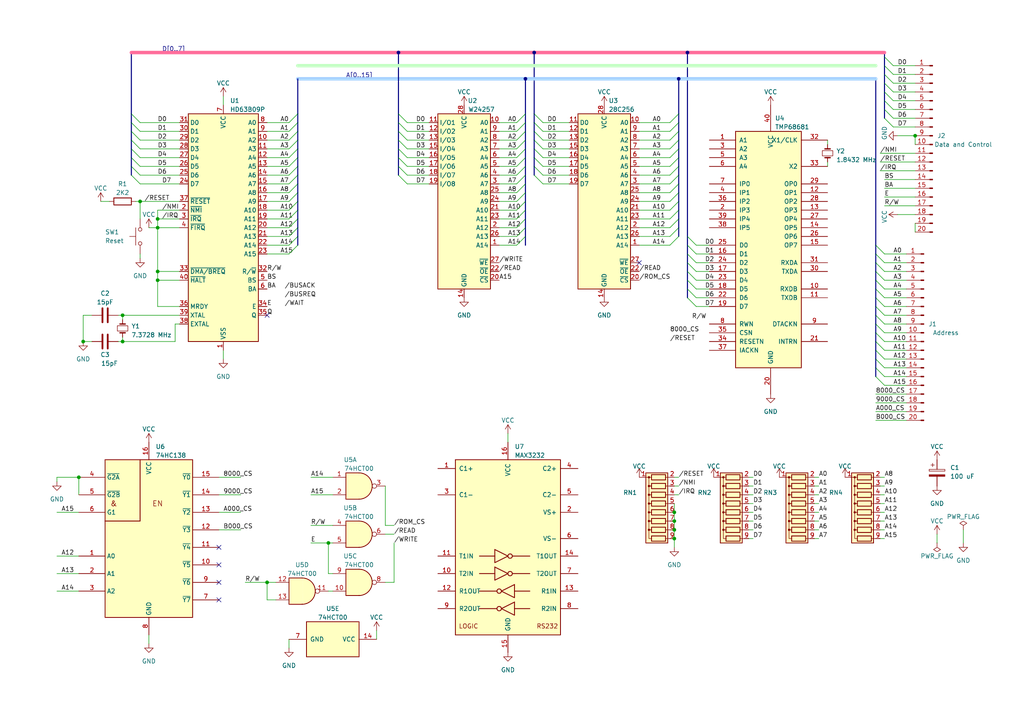
<source format=kicad_sch>
(kicad_sch (version 20230121) (generator eeschema)
  (paper "A4")
  (title_block (title "AC6309 Main") (rev "1") (comment 1 "Dimitar Angelov"))
  (junction (at 45.72 63.5))
  (junction (at 196.85 22.86))
  (junction (at 22.86 138.43))
  (junction (at 35.56 99.06))
  (junction (at 154.94 15.24))
  (junction (at 45.72 81.28))
  (junction (at 45.72 66.04))
  (junction (at 115.57 15.24))
  (junction (at 40.64 58.42))
  (junction (at 195.58 151.13))
  (junction (at 195.58 148.59))
  (junction (at 195.58 156.21))
  (junction (at 95.25 157.48))
  (junction (at 77.47 168.91))
  (junction (at 195.58 153.67))
  (junction (at 45.72 78.74))
  (junction (at 152.4 22.86))
  (junction (at 35.56 91.44))
  (junction (at 24.13 99.06))
  (junction (at 199.39 15.24))
  (junction (at 265.43 39.37))
  (no_connect (at 63.5 173.99))
  (no_connect (at 63.5 163.83))
  (no_connect (at 63.5 158.75))
  (no_connect (at 185.42 76.2))
  (no_connect (at 77.47 91.44))
  (no_connect (at 63.5 168.91))
  (bus_entry (at 86.36 50.8) (size -2.54 2.54))
  (bus_entry (at 254 76.2) (size 2.54 2.54))
  (bus_entry (at 254 96.52) (size 2.54 2.54))
  (bus_entry (at 254 71.12) (size 2.54 2.54))
  (bus_entry (at 196.85 60.96) (size -2.54 2.54))
  (bus_entry (at 254 78.74) (size 2.54 2.54))
  (bus_entry (at 115.57 43.18) (size 2.54 2.54))
  (bus_entry (at 254 83.82) (size 2.54 2.54))
  (bus_entry (at 86.36 48.26) (size -2.54 2.54))
  (bus_entry (at 196.85 35.56) (size -2.54 2.54))
  (bus_entry (at 196.85 50.8) (size -2.54 2.54))
  (bus_entry (at 199.39 81.28) (size 2.54 2.54))
  (bus_entry (at 196.85 38.1) (size -2.54 2.54))
  (bus_entry (at 256.54 24.13) (size 2.54 2.54))
  (bus_entry (at 254 81.28) (size 2.54 2.54))
  (bus_entry (at 115.57 35.56) (size 2.54 2.54))
  (bus_entry (at 86.36 66.04) (size -2.54 2.54))
  (bus_entry (at 199.39 68.58) (size 2.54 2.54))
  (bus_entry (at 86.36 45.72) (size -2.54 2.54))
  (bus_entry (at 256.54 16.51) (size 2.54 2.54))
  (bus_entry (at 86.36 60.96) (size -2.54 2.54))
  (bus_entry (at 254 91.44) (size 2.54 2.54))
  (bus_entry (at 86.36 35.56) (size -2.54 2.54))
  (bus_entry (at 86.36 33.02) (size -2.54 2.54))
  (bus_entry (at 152.4 68.58) (size -2.54 2.54))
  (bus_entry (at 199.39 86.36) (size 2.54 2.54))
  (bus_entry (at 254 88.9) (size 2.54 2.54))
  (bus_entry (at 115.57 38.1) (size 2.54 2.54))
  (bus_entry (at 152.4 43.18) (size -2.54 2.54))
  (bus_entry (at 152.4 35.56) (size -2.54 2.54))
  (bus_entry (at 152.4 55.88) (size -2.54 2.54))
  (bus_entry (at 152.4 60.96) (size -2.54 2.54))
  (bus_entry (at 154.94 50.8) (size 2.54 2.54))
  (bus_entry (at 199.39 71.12) (size 2.54 2.54))
  (bus_entry (at 152.4 48.26) (size -2.54 2.54))
  (bus_entry (at 254 109.22) (size 2.54 2.54))
  (bus_entry (at 199.39 73.66) (size 2.54 2.54))
  (bus_entry (at 38.1 48.26) (size 2.54 2.54))
  (bus_entry (at 254 104.14) (size 2.54 2.54))
  (bus_entry (at 196.85 63.5) (size -2.54 2.54))
  (bus_entry (at 254 106.68) (size 2.54 2.54))
  (bus_entry (at 196.85 68.58) (size -2.54 2.54))
  (bus_entry (at 152.4 58.42) (size -2.54 2.54))
  (bus_entry (at 115.57 50.8) (size 2.54 2.54))
  (bus_entry (at 196.85 40.64) (size -2.54 2.54))
  (bus_entry (at 86.36 40.64) (size -2.54 2.54))
  (bus_entry (at 38.1 33.02) (size 2.54 2.54))
  (bus_entry (at 256.54 34.29) (size 2.54 2.54))
  (bus_entry (at 256.54 19.05) (size 2.54 2.54))
  (bus_entry (at 256.54 26.67) (size 2.54 2.54))
  (bus_entry (at 256.54 29.21) (size 2.54 2.54))
  (bus_entry (at 152.4 63.5) (size -2.54 2.54))
  (bus_entry (at 38.1 38.1) (size 2.54 2.54))
  (bus_entry (at 196.85 53.34) (size -2.54 2.54))
  (bus_entry (at 196.85 66.04) (size -2.54 2.54))
  (bus_entry (at 152.4 40.64) (size -2.54 2.54))
  (bus_entry (at 86.36 55.88) (size -2.54 2.54))
  (bus_entry (at 86.36 71.12) (size -2.54 2.54))
  (bus_entry (at 154.94 33.02) (size 2.54 2.54))
  (bus_entry (at 86.36 58.42) (size -2.54 2.54))
  (bus_entry (at 199.39 78.74) (size 2.54 2.54))
  (bus_entry (at 86.36 63.5) (size -2.54 2.54))
  (bus_entry (at 254 73.66) (size 2.54 2.54))
  (bus_entry (at 196.85 55.88) (size -2.54 2.54))
  (bus_entry (at 256.54 21.59) (size 2.54 2.54))
  (bus_entry (at 256.54 31.75) (size 2.54 2.54))
  (bus_entry (at 254 86.36) (size 2.54 2.54))
  (bus_entry (at 152.4 53.34) (size -2.54 2.54))
  (bus_entry (at 115.57 40.64) (size 2.54 2.54))
  (bus_entry (at 254 93.98) (size 2.54 2.54))
  (bus_entry (at 115.57 33.02) (size 2.54 2.54))
  (bus_entry (at 86.36 43.18) (size -2.54 2.54))
  (bus_entry (at 196.85 43.18) (size -2.54 2.54))
  (bus_entry (at 196.85 58.42) (size -2.54 2.54))
  (bus_entry (at 115.57 45.72) (size 2.54 2.54))
  (bus_entry (at 152.4 66.04) (size -2.54 2.54))
  (bus_entry (at 154.94 35.56) (size 2.54 2.54))
  (bus_entry (at 38.1 50.8) (size 2.54 2.54))
  (bus_entry (at 154.94 40.64) (size 2.54 2.54))
  (bus_entry (at 38.1 35.56) (size 2.54 2.54))
  (bus_entry (at 199.39 76.2) (size 2.54 2.54))
  (bus_entry (at 199.39 83.82) (size 2.54 2.54))
  (bus_entry (at 254 99.06) (size 2.54 2.54))
  (bus_entry (at 38.1 43.18) (size 2.54 2.54))
  (bus_entry (at 196.85 33.02) (size -2.54 2.54))
  (bus_entry (at 154.94 48.26) (size 2.54 2.54))
  (bus_entry (at 154.94 45.72) (size 2.54 2.54))
  (bus_entry (at 152.4 33.02) (size -2.54 2.54))
  (bus_entry (at 115.57 48.26) (size 2.54 2.54))
  (bus_entry (at 152.4 50.8) (size -2.54 2.54))
  (bus_entry (at 196.85 45.72) (size -2.54 2.54))
  (bus_entry (at 254 101.6) (size 2.54 2.54))
  (bus_entry (at 86.36 53.34) (size -2.54 2.54))
  (bus_entry (at 38.1 45.72) (size 2.54 2.54))
  (bus_entry (at 86.36 38.1) (size -2.54 2.54))
  (bus_entry (at 154.94 43.18) (size 2.54 2.54))
  (bus_entry (at 152.4 38.1) (size -2.54 2.54))
  (bus_entry (at 38.1 40.64) (size 2.54 2.54))
  (bus_entry (at 86.36 68.58) (size -2.54 2.54))
  (bus_entry (at 154.94 38.1) (size 2.54 2.54))
  (bus_entry (at 196.85 48.26) (size -2.54 2.54))
  (bus_entry (at 152.4 45.72) (size -2.54 2.54))
  (bus (pts (xy 38.1 15.24) (xy 115.57 15.24)) (stroke (width 1) (color 255 108 154 1)))
  (wire (pts (xy 40.64 74.93) (xy 40.64 73.66)))
  (bus (pts (xy 152.4 43.18) (xy 152.4 45.72)))
  (wire (pts (xy 185.42 68.58) (xy 194.31 68.58)))
  (wire (pts (xy 185.42 60.96) (xy 194.31 60.96)))
  (bus (pts (xy 196.85 48.26) (xy 196.85 50.8)))
  (bus (pts (xy 196.85 45.72) (xy 196.85 48.26)))
  (bus (pts (xy 152.4 63.5) (xy 152.4 66.04)))
  (wire (pts (xy 240.03 40.64) (xy 240.03 41.91)))
  (wire (pts (xy 259.08 19.05) (xy 265.43 19.05)))
  (bus (pts (xy 152.4 33.02) (xy 152.4 35.56)))
  (wire (pts (xy 80.01 173.99) (xy 77.47 173.99)))
  (bus (pts (xy 38.1 43.18) (xy 38.1 45.72)))
  (bus (pts (xy 196.85 63.5) (xy 196.85 66.04)))
  (wire (pts (xy 45.72 66.04) (xy 45.72 78.74)))
  (wire (pts (xy 118.11 43.18) (xy 124.46 43.18)))
  (wire (pts (xy 118.11 48.26) (xy 124.46 48.26)))
  (wire (pts (xy 40.64 40.64) (xy 52.07 40.64)))
  (bus (pts (xy 254 104.14) (xy 254 106.68)))
  (wire (pts (xy 77.47 58.42) (xy 83.82 58.42)))
  (wire (pts (xy 40.64 50.8) (xy 52.07 50.8)))
  (bus (pts (xy 86.36 55.88) (xy 86.36 58.42)))
  (bus (pts (xy 254 106.68) (xy 254 109.22)))
  (bus (pts (xy 199.39 73.66) (xy 199.39 76.2)))
  (wire (pts (xy 195.58 153.67) (xy 195.58 156.21)))
  (wire (pts (xy 195.58 143.51) (xy 196.85 143.51)))
  (wire (pts (xy 144.78 71.12) (xy 149.86 71.12)))
  (wire (pts (xy 256.54 93.98) (xy 262.89 93.98)))
  (wire (pts (xy 77.47 35.56) (xy 83.82 35.56)))
  (bus (pts (xy 152.4 48.26) (xy 152.4 50.8)))
  (wire (pts (xy 157.48 38.1) (xy 165.1 38.1)))
  (wire (pts (xy 256.54 78.74) (xy 262.89 78.74)))
  (wire (pts (xy 256.54 91.44) (xy 262.89 91.44)))
  (bus (pts (xy 152.4 38.1) (xy 152.4 40.64)))
  (bus (pts (xy 152.4 50.8) (xy 152.4 53.34)))
  (bus (pts (xy 115.57 48.26) (xy 115.57 50.8)))
  (bus (pts (xy 196.85 38.1) (xy 196.85 40.64)))
  (wire (pts (xy 185.42 55.88) (xy 194.31 55.88)))
  (wire (pts (xy 144.78 45.72) (xy 149.86 45.72)))
  (wire (pts (xy 254 119.38) (xy 262.89 119.38)))
  (wire (pts (xy 256.54 81.28) (xy 262.89 81.28)))
  (wire (pts (xy 118.11 45.72) (xy 124.46 45.72)))
  (wire (pts (xy 63.5 143.51) (xy 69.85 143.51)))
  (wire (pts (xy 255.27 151.13) (xy 256.54 151.13)))
  (bus (pts (xy 196.85 33.02) (xy 196.85 35.56)))
  (wire (pts (xy 236.22 138.43) (xy 237.49 138.43)))
  (wire (pts (xy 260.35 62.23) (xy 265.43 62.23)))
  (wire (pts (xy 16.51 171.45) (xy 22.86 171.45)))
  (bus (pts (xy 154.94 38.1) (xy 154.94 40.64)))
  (wire (pts (xy 157.48 50.8) (xy 165.1 50.8)))
  (bus (pts (xy 256.54 15.24) (xy 256.54 16.51)))
  (bus (pts (xy 38.1 40.64) (xy 38.1 43.18)))
  (wire (pts (xy 217.17 146.05) (xy 218.44 146.05)))
  (bus (pts (xy 152.4 53.34) (xy 152.4 55.88)))
  (bus (pts (xy 115.57 35.56) (xy 115.57 38.1)))
  (wire (pts (xy 22.86 138.43) (xy 22.86 143.51)))
  (wire (pts (xy 111.76 168.91) (xy 114.3 168.91)))
  (wire (pts (xy 217.17 148.59) (xy 218.44 148.59)))
  (bus (pts (xy 86.36 22.86) (xy 86.36 33.02)))
  (wire (pts (xy 80.01 168.91) (xy 77.47 168.91)))
  (bus (pts (xy 256.54 24.13) (xy 256.54 26.67)))
  (wire (pts (xy 45.72 88.9) (xy 52.07 88.9)))
  (bus (pts (xy 86.36 40.64) (xy 86.36 43.18)))
  (bus (pts (xy 199.39 81.28) (xy 199.39 83.82)))
  (bus (pts (xy 254 81.28) (xy 254 83.82)))
  (wire (pts (xy 260.35 39.37) (xy 265.43 39.37)))
  (wire (pts (xy 201.93 86.36) (xy 205.74 86.36)))
  (wire (pts (xy 185.42 35.56) (xy 194.31 35.56)))
  (wire (pts (xy 50.8 93.98) (xy 50.8 99.06)))
  (bus (pts (xy 86.36 66.04) (xy 86.36 68.58)))
  (bus (pts (xy 199.39 71.12) (xy 199.39 73.66)))
  (bus (pts (xy 256.54 29.21) (xy 256.54 31.75)))
  (wire (pts (xy 144.78 53.34) (xy 149.86 53.34)))
  (bus (pts (xy 152.4 60.96) (xy 152.4 63.5)))
  (wire (pts (xy 52.07 93.98) (xy 50.8 93.98)))
  (bus (pts (xy 152.4 45.72) (xy 152.4 48.26)))
  (wire (pts (xy 45.72 81.28) (xy 45.72 88.9)))
  (wire (pts (xy 90.17 157.48) (xy 95.25 157.48)))
  (wire (pts (xy 201.93 78.74) (xy 205.74 78.74)))
  (wire (pts (xy 255.27 46.99) (xy 265.43 46.99)))
  (bus (pts (xy 254 76.2) (xy 254 78.74)))
  (wire (pts (xy 236.22 153.67) (xy 237.49 153.67)))
  (bus (pts (xy 256.54 31.75) (xy 256.54 34.29)))
  (wire (pts (xy 95.25 157.48) (xy 96.52 157.48)))
  (bus (pts (xy 254 96.52) (xy 254 99.06)))
  (bus (pts (xy 86.36 38.1) (xy 86.36 40.64)))
  (wire (pts (xy 157.48 48.26) (xy 165.1 48.26)))
  (wire (pts (xy 236.22 140.97) (xy 237.49 140.97)))
  (wire (pts (xy 114.3 157.48) (xy 114.3 168.91)))
  (wire (pts (xy 259.08 34.29) (xy 265.43 34.29)))
  (wire (pts (xy 255.27 156.21) (xy 256.54 156.21)))
  (wire (pts (xy 144.78 48.26) (xy 149.86 48.26)))
  (bus (pts (xy 254 83.82) (xy 254 86.36)))
  (wire (pts (xy 217.17 143.51) (xy 218.44 143.51)))
  (wire (pts (xy 64.77 101.6) (xy 64.77 104.14)))
  (wire (pts (xy 77.47 168.91) (xy 77.47 173.99)))
  (wire (pts (xy 256.54 59.69) (xy 265.43 59.69)))
  (bus (pts (xy 254 73.66) (xy 254 76.2)))
  (wire (pts (xy 16.51 166.37) (xy 22.86 166.37)))
  (wire (pts (xy 83.82 185.42) (xy 83.82 187.96)))
  (bus (pts (xy 254 91.44) (xy 254 93.98)))
  (wire (pts (xy 185.42 48.26) (xy 194.31 48.26)))
  (wire (pts (xy 24.13 91.44) (xy 24.13 99.06)))
  (wire (pts (xy 217.17 140.97) (xy 218.44 140.97)))
  (wire (pts (xy 265.43 64.77) (xy 265.43 67.31)))
  (wire (pts (xy 90.17 143.51) (xy 96.52 143.51)))
  (wire (pts (xy 77.47 45.72) (xy 83.82 45.72)))
  (wire (pts (xy 256.54 83.82) (xy 262.89 83.82)))
  (bus (pts (xy 86.36 35.56) (xy 86.36 38.1)))
  (bus (pts (xy 115.57 43.18) (xy 115.57 45.72)))
  (wire (pts (xy 144.78 40.64) (xy 149.86 40.64)))
  (wire (pts (xy 77.47 68.58) (xy 83.82 68.58)))
  (wire (pts (xy 256.54 101.6) (xy 262.89 101.6)))
  (wire (pts (xy 35.56 91.44) (xy 34.29 91.44)))
  (wire (pts (xy 96.52 171.45) (xy 95.25 171.45)))
  (bus (pts (xy 254 99.06) (xy 254 101.6)))
  (wire (pts (xy 157.48 43.18) (xy 165.1 43.18)))
  (bus (pts (xy 196.85 22.86) (xy 196.85 33.02)))
  (wire (pts (xy 144.78 38.1) (xy 149.86 38.1)))
  (wire (pts (xy 16.51 138.43) (xy 22.86 138.43)))
  (wire (pts (xy 45.72 60.96) (xy 45.72 63.5)))
  (wire (pts (xy 43.18 186.69) (xy 43.18 184.15)))
  (wire (pts (xy 114.3 152.4) (xy 111.76 152.4)))
  (wire (pts (xy 185.42 38.1) (xy 194.31 38.1)))
  (wire (pts (xy 52.07 58.42) (xy 40.64 58.42)))
  (bus (pts (xy 256.54 19.05) (xy 256.54 21.59)))
  (bus (pts (xy 254 78.74) (xy 254 81.28)))
  (wire (pts (xy 35.56 99.06) (xy 50.8 99.06)))
  (wire (pts (xy 63.5 148.59) (xy 69.85 148.59)))
  (bus (pts (xy 254 71.12) (xy 254 73.66)))
  (bus (pts (xy 38.1 48.26) (xy 38.1 50.8)))
  (wire (pts (xy 43.18 66.04) (xy 45.72 66.04)))
  (wire (pts (xy 201.93 81.28) (xy 205.74 81.28)))
  (bus (pts (xy 154.94 48.26) (xy 154.94 50.8)))
  (bus (pts (xy 152.4 40.64) (xy 152.4 43.18)))
  (wire (pts (xy 195.58 156.21) (xy 195.58 158.75)))
  (wire (pts (xy 236.22 143.51) (xy 237.49 143.51)))
  (wire (pts (xy 201.93 76.2) (xy 205.74 76.2)))
  (wire (pts (xy 254 121.92) (xy 262.89 121.92)))
  (bus (pts (xy 196.85 22.86) (xy 254 22.86)) (stroke (width 1) (color 164 207 255 1)))
  (wire (pts (xy 35.56 92.71) (xy 35.56 91.44)))
  (wire (pts (xy 157.48 40.64) (xy 165.1 40.64)))
  (bus (pts (xy 152.4 68.58) (xy 152.4 71.12)))
  (bus (pts (xy 196.85 66.04) (xy 196.85 68.58)))
  (wire (pts (xy 185.42 66.04) (xy 194.31 66.04)))
  (bus (pts (xy 254 93.98) (xy 254 96.52)))
  (wire (pts (xy 144.78 60.96) (xy 149.86 60.96)))
  (wire (pts (xy 35.56 91.44) (xy 52.07 91.44)))
  (wire (pts (xy 29.21 58.42) (xy 31.75 58.42)))
  (wire (pts (xy 279.4 153.67) (xy 279.4 157.48)))
  (wire (pts (xy 259.08 36.83) (xy 265.43 36.83)))
  (wire (pts (xy 254 116.84) (xy 262.89 116.84)))
  (wire (pts (xy 147.32 125.73) (xy 147.32 128.27)))
  (bus (pts (xy 199.39 83.82) (xy 199.39 86.36)))
  (wire (pts (xy 63.5 153.67) (xy 69.85 153.67)))
  (wire (pts (xy 255.27 146.05) (xy 256.54 146.05)))
  (wire (pts (xy 217.17 138.43) (xy 218.44 138.43)))
  (wire (pts (xy 256.54 88.9) (xy 262.89 88.9)))
  (bus (pts (xy 86.36 48.26) (xy 86.36 50.8)))
  (wire (pts (xy 201.93 88.9) (xy 205.74 88.9)))
  (bus (pts (xy 38.1 33.02) (xy 38.1 35.56)))
  (wire (pts (xy 201.93 73.66) (xy 205.74 73.66)))
  (bus (pts (xy 154.94 15.24) (xy 199.39 15.24)) (stroke (width 1) (color 255 108 154 1)))
  (wire (pts (xy 95.25 166.37) (xy 96.52 166.37)))
  (wire (pts (xy 77.47 73.66) (xy 83.82 73.66)))
  (wire (pts (xy 24.13 91.44) (xy 26.67 91.44)))
  (wire (pts (xy 64.77 27.94) (xy 64.77 30.48)))
  (bus (pts (xy 86.36 68.58) (xy 86.36 71.12)))
  (wire (pts (xy 77.47 48.26) (xy 83.82 48.26)))
  (wire (pts (xy 255.27 49.53) (xy 265.43 49.53)))
  (wire (pts (xy 40.64 45.72) (xy 52.07 45.72)))
  (bus (pts (xy 154.94 15.24) (xy 154.94 33.02)))
  (wire (pts (xy 255.27 153.67) (xy 256.54 153.67)))
  (wire (pts (xy 35.56 97.79) (xy 35.56 99.06)))
  (wire (pts (xy 77.47 71.12) (xy 83.82 71.12)))
  (bus (pts (xy 152.4 22.86) (xy 152.4 33.02)))
  (bus (pts (xy 154.94 35.56) (xy 154.94 38.1)))
  (wire (pts (xy 185.42 63.5) (xy 194.31 63.5)))
  (wire (pts (xy 144.78 55.88) (xy 149.86 55.88)))
  (bus (pts (xy 115.57 38.1) (xy 115.57 40.64)))
  (wire (pts (xy 40.64 38.1) (xy 52.07 38.1)))
  (wire (pts (xy 185.42 43.18) (xy 194.31 43.18)))
  (bus (pts (xy 86.36 33.02) (xy 86.36 35.56)))
  (wire (pts (xy 185.42 40.64) (xy 194.31 40.64)))
  (wire (pts (xy 256.54 106.68) (xy 262.89 106.68)))
  (wire (pts (xy 45.72 78.74) (xy 45.72 81.28)))
  (wire (pts (xy 259.08 24.13) (xy 265.43 24.13)))
  (bus (pts (xy 152.4 66.04) (xy 152.4 68.58)))
  (wire (pts (xy 77.47 43.18) (xy 83.82 43.18)))
  (bus (pts (xy 115.57 40.64) (xy 115.57 43.18)))
  (wire (pts (xy 259.08 26.67) (xy 265.43 26.67)))
  (wire (pts (xy 118.11 40.64) (xy 124.46 40.64)))
  (wire (pts (xy 118.11 50.8) (xy 124.46 50.8)))
  (wire (pts (xy 217.17 151.13) (xy 218.44 151.13)))
  (wire (pts (xy 255.27 143.51) (xy 256.54 143.51)))
  (wire (pts (xy 259.08 21.59) (xy 265.43 21.59)))
  (wire (pts (xy 236.22 156.21) (xy 237.49 156.21)))
  (wire (pts (xy 90.17 152.4) (xy 96.52 152.4)))
  (wire (pts (xy 77.47 55.88) (xy 83.82 55.88)))
  (wire (pts (xy 240.03 46.99) (xy 240.03 48.26)))
  (wire (pts (xy 90.17 138.43) (xy 96.52 138.43)))
  (wire (pts (xy 256.54 104.14) (xy 262.89 104.14)))
  (wire (pts (xy 111.76 152.4) (xy 111.76 140.97)))
  (bus (pts (xy 86.36 22.86) (xy 152.4 22.86)) (stroke (width 1) (color 164 207 255 1)))
  (wire (pts (xy 40.64 48.26) (xy 52.07 48.26)))
  (wire (pts (xy 16.51 138.43) (xy 16.51 139.7)))
  (bus (pts (xy 86.36 50.8) (xy 86.36 53.34)))
  (bus (pts (xy 199.39 78.74) (xy 199.39 81.28)))
  (bus (pts (xy 254 88.9) (xy 254 91.44)))
  (wire (pts (xy 195.58 148.59) (xy 195.58 151.13)))
  (wire (pts (xy 157.48 53.34) (xy 165.1 53.34)))
  (bus (pts (xy 199.39 15.24) (xy 256.54 15.24)) (stroke (width 1) (color 255 108 154 1)))
  (wire (pts (xy 195.58 138.43) (xy 196.85 138.43)))
  (wire (pts (xy 77.47 66.04) (xy 83.82 66.04)))
  (wire (pts (xy 144.78 43.18) (xy 149.86 43.18)))
  (wire (pts (xy 201.93 83.82) (xy 205.74 83.82)))
  (bus (pts (xy 196.85 35.56) (xy 196.85 38.1)))
  (bus (pts (xy 86.36 45.72) (xy 86.36 48.26)))
  (bus (pts (xy 115.57 45.72) (xy 115.57 48.26)))
  (bus (pts (xy 86.36 19.05) (xy 254 19.05)) (stroke (width 1) (color 195 255 195 1)))
  (wire (pts (xy 265.43 39.37) (xy 265.43 41.91)))
  (wire (pts (xy 45.72 63.5) (xy 45.72 66.04)))
  (wire (pts (xy 255.27 44.45) (xy 265.43 44.45)))
  (bus (pts (xy 199.39 15.24) (xy 199.39 68.58)))
  (wire (pts (xy 236.22 146.05) (xy 237.49 146.05)))
  (bus (pts (xy 196.85 40.64) (xy 196.85 43.18)))
  (bus (pts (xy 199.39 68.58) (xy 199.39 71.12)))
  (wire (pts (xy 109.22 182.88) (xy 109.22 185.42)))
  (wire (pts (xy 185.42 53.34) (xy 194.31 53.34)))
  (wire (pts (xy 195.58 146.05) (xy 195.58 148.59)))
  (wire (pts (xy 77.47 63.5) (xy 83.82 63.5)))
  (bus (pts (xy 254 86.36) (xy 254 88.9)))
  (bus (pts (xy 196.85 50.8) (xy 196.85 53.34)))
  (wire (pts (xy 157.48 45.72) (xy 165.1 45.72)))
  (bus (pts (xy 86.36 63.5) (xy 86.36 66.04)))
  (wire (pts (xy 24.13 99.06) (xy 26.67 99.06)))
  (wire (pts (xy 144.78 63.5) (xy 149.86 63.5)))
  (wire (pts (xy 118.11 35.56) (xy 124.46 35.56)))
  (wire (pts (xy 45.72 60.96) (xy 52.07 60.96)))
  (bus (pts (xy 115.57 33.02) (xy 115.57 35.56)))
  (bus (pts (xy 154.94 33.02) (xy 154.94 35.56)))
  (wire (pts (xy 259.08 29.21) (xy 265.43 29.21)))
  (bus (pts (xy 152.4 22.86) (xy 196.85 22.86)) (stroke (width 1) (color 164 207 255 1)))
  (bus (pts (xy 196.85 53.34) (xy 196.85 55.88)))
  (wire (pts (xy 40.64 35.56) (xy 52.07 35.56)))
  (bus (pts (xy 115.57 15.24) (xy 115.57 33.02)))
  (wire (pts (xy 236.22 148.59) (xy 237.49 148.59)))
  (wire (pts (xy 256.54 109.22) (xy 262.89 109.22)))
  (bus (pts (xy 196.85 55.88) (xy 196.85 58.42)))
  (wire (pts (xy 185.42 50.8) (xy 194.31 50.8)))
  (wire (pts (xy 35.56 99.06) (xy 34.29 99.06)))
  (wire (pts (xy 45.72 78.74) (xy 52.07 78.74)))
  (wire (pts (xy 195.58 140.97) (xy 196.85 140.97)))
  (bus (pts (xy 254 22.86) (xy 254 71.12)))
  (bus (pts (xy 86.36 60.96) (xy 86.36 63.5)))
  (wire (pts (xy 259.08 31.75) (xy 265.43 31.75)))
  (wire (pts (xy 256.54 57.15) (xy 265.43 57.15)))
  (wire (pts (xy 77.47 40.64) (xy 83.82 40.64)))
  (wire (pts (xy 256.54 76.2) (xy 262.89 76.2)))
  (bus (pts (xy 196.85 58.42) (xy 196.85 60.96)))
  (wire (pts (xy 40.64 58.42) (xy 39.37 58.42)))
  (wire (pts (xy 256.54 96.52) (xy 262.89 96.52)))
  (bus (pts (xy 115.57 15.24) (xy 154.94 15.24)) (stroke (width 1) (color 255 108 154 1)))
  (wire (pts (xy 118.11 38.1) (xy 124.46 38.1)))
  (wire (pts (xy 40.64 63.5) (xy 40.64 58.42)))
  (wire (pts (xy 271.78 154.94) (xy 271.78 157.48)))
  (bus (pts (xy 38.1 35.56) (xy 38.1 38.1)))
  (bus (pts (xy 152.4 58.42) (xy 152.4 60.96)))
  (wire (pts (xy 40.64 53.34) (xy 52.07 53.34)))
  (wire (pts (xy 236.22 151.13) (xy 237.49 151.13)))
  (wire (pts (xy 77.47 50.8) (xy 83.82 50.8)))
  (wire (pts (xy 195.58 151.13) (xy 195.58 153.67)))
  (wire (pts (xy 144.78 58.42) (xy 149.86 58.42)))
  (wire (pts (xy 95.25 157.48) (xy 95.25 166.37)))
  (wire (pts (xy 45.72 81.28) (xy 52.07 81.28)))
  (wire (pts (xy 45.72 63.5) (xy 52.07 63.5)))
  (bus (pts (xy 152.4 55.88) (xy 152.4 58.42)))
  (bus (pts (xy 256.54 21.59) (xy 256.54 24.13)))
  (wire (pts (xy 144.78 68.58) (xy 149.86 68.58)))
  (bus (pts (xy 199.39 76.2) (xy 199.39 78.74)))
  (bus (pts (xy 86.36 53.34) (xy 86.36 55.88)))
  (wire (pts (xy 144.78 66.04) (xy 149.86 66.04)))
  (wire (pts (xy 255.27 148.59) (xy 256.54 148.59)))
  (wire (pts (xy 45.72 66.04) (xy 52.07 66.04)))
  (wire (pts (xy 254 114.3) (xy 262.89 114.3)))
  (wire (pts (xy 256.54 73.66) (xy 262.89 73.66)))
  (bus (pts (xy 196.85 43.18) (xy 196.85 45.72)))
  (wire (pts (xy 255.27 140.97) (xy 256.54 140.97)))
  (bus (pts (xy 256.54 26.67) (xy 256.54 29.21)))
  (wire (pts (xy 157.48 35.56) (xy 165.1 35.56)))
  (wire (pts (xy 144.78 50.8) (xy 149.86 50.8)))
  (bus (pts (xy 86.36 58.42) (xy 86.36 60.96)))
  (wire (pts (xy 185.42 71.12) (xy 194.31 71.12)))
  (bus (pts (xy 256.54 16.51) (xy 256.54 19.05)))
  (bus (pts (xy 152.4 35.56) (xy 152.4 38.1)))
  (wire (pts (xy 256.54 99.06) (xy 262.89 99.06)))
  (wire (pts (xy 71.12 168.91) (xy 77.47 168.91)))
  (wire (pts (xy 256.54 54.61) (xy 265.43 54.61)))
  (wire (pts (xy 201.93 71.12) (xy 205.74 71.12)))
  (wire (pts (xy 16.51 148.59) (xy 22.86 148.59)))
  (wire (pts (xy 217.17 153.67) (xy 218.44 153.67)))
  (bus (pts (xy 38.1 45.72) (xy 38.1 48.26)))
  (bus (pts (xy 86.36 43.18) (xy 86.36 45.72)))
  (wire (pts (xy 40.64 43.18) (xy 52.07 43.18)))
  (wire (pts (xy 16.51 161.29) (xy 22.86 161.29)))
  (bus (pts (xy 154.94 43.18) (xy 154.94 45.72)))
  (bus (pts (xy 254 101.6) (xy 254 104.14)))
  (wire (pts (xy 185.42 45.72) (xy 194.31 45.72)))
  (wire (pts (xy 217.17 156.21) (xy 218.44 156.21)))
  (wire (pts (xy 114.3 154.94) (xy 111.76 154.94)))
  (bus (pts (xy 196.85 60.96) (xy 196.85 63.5)))
  (bus (pts (xy 154.94 40.64) (xy 154.94 43.18)))
  (bus (pts (xy 38.1 38.1) (xy 38.1 40.64)))
  (wire (pts (xy 144.78 35.56) (xy 149.86 35.56)))
  (bus (pts (xy 154.94 45.72) (xy 154.94 48.26)))
  (wire (pts (xy 256.54 86.36) (xy 262.89 86.36)))
  (wire (pts (xy 77.47 38.1) (xy 83.82 38.1)))
  (wire (pts (xy 256.54 52.07) (xy 265.43 52.07)))
  (wire (pts (xy 63.5 138.43) (xy 69.85 138.43)))
  (wire (pts (xy 77.47 53.34) (xy 83.82 53.34)))
  (wire (pts (xy 185.42 58.42) (xy 194.31 58.42)))
  (bus (pts (xy 38.1 15.24) (xy 38.1 33.02)))
  (wire (pts (xy 255.27 138.43) (xy 256.54 138.43)))
  (wire (pts (xy 77.47 60.96) (xy 83.82 60.96)))
  (wire (pts (xy 118.11 53.34) (xy 124.46 53.34)))
  (wire (pts (xy 256.54 111.76) (xy 262.89 111.76)))
  (label "A4" (at 189.23 45.72 0))
  (label "8000_CS" (at 194.31 96.52 0))
  (label "A15" (at 90.17 143.51 0))
  (label "A14" (at 256.54 153.67 0))
  (label "A0" (at 81.28 35.56 0))
  (label "A4" (at 259.08 83.82 0))
  (label "BA" (at 256.54 54.61 0))
  (label "D3" (at 204.47 78.74 0))
  (label "A11" (at 189.23 63.5 0))
  (label "A12" (at 147.32 66.04 0))
  (label "R{slash}W" (at 200.66 92.71 0))
  (label "D2" (at 218.44 143.51 0))
  (label "A3" (at 237.49 146.05 0))
  (label "A15" (at 81.28 73.66 0))
  (label "A[0..15]" (at 100.33 22.86 0) (property "Netclass" "Address" (effects hide)))
  (label "A9" (at 81.28 58.42 0))
  (label "R{slash}W" (at 71.12 168.91 0))
  (label "D3" (at 260.35 26.67 0))
  (label "A1" (at 189.23 38.1 0))
  (label "A6" (at 81.28 50.8 0))
  (label "A11" (at 259.08 101.6 0))
  (label "A14" (at 189.23 71.12 0))
  (label "A13" (at 17.78 166.37 0))
  (label "D5" (at 120.65 48.26 0))
  (label "D7" (at 204.47 88.9 0))
  (label "{slash}READ" (at 114.3 154.94 0))
  (label "D1" (at 218.44 140.97 0))
  (label "A2" (at 81.28 40.64 0))
  (label "A9" (at 147.32 58.42 0))
  (label "A13" (at 259.08 106.68 0))
  (label "{slash}RESET" (at 255.27 46.99 0))
  (label "A5" (at 237.49 151.13 0))
  (label "BA" (at 77.47 83.82 0))
  (label "E" (at 77.47 88.9 0))
  (label "A15" (at 256.54 156.21 0))
  (label "D4" (at 158.75 45.72 0))
  (label "E" (at 90.17 157.48 0))
  (label "A000_CS" (at 64.77 148.59 0))
  (label "{slash}RESET" (at 196.85 138.43 0))
  (label "A3" (at 147.32 43.18 0))
  (label "D7" (at 218.44 156.21 0))
  (label "{slash}RESET" (at 194.31 99.06 0))
  (label "A9" (at 256.54 140.97 0))
  (label "D2" (at 45.72 40.64 0))
  (label "A7" (at 189.23 53.34 0))
  (label "D7" (at 260.35 36.83 0))
  (label "A10" (at 256.54 143.51 0))
  (label "D4" (at 120.65 45.72 0))
  (label "A8" (at 189.23 55.88 0))
  (label "A14" (at 259.08 109.22 0))
  (label "{slash}WRITE" (at 144.78 76.2 0))
  (label "{slash}NMI" (at 46.99 60.96 0))
  (label "D1" (at 45.72 38.1 0))
  (label "D1" (at 120.65 38.1 0))
  (label "A3" (at 259.08 81.28 0))
  (label "A2" (at 237.49 143.51 0))
  (label "A7" (at 147.32 53.34 0))
  (label "D0" (at 45.72 35.56 0) (property "Netclass" "Data" (effects hide)))
  (label "A13" (at 189.23 68.58 0))
  (label "D2" (at 260.35 24.13 0))
  (label "A7" (at 237.49 156.21 0))
  (label "A8" (at 256.54 138.43 0))
  (label "A6" (at 189.23 50.8 0))
  (label "R{slash}W" (at 90.17 152.4 0))
  (label "D2" (at 120.65 40.64 0))
  (label "D6" (at 120.65 50.8 0))
  (label "D4" (at 204.47 81.28 0))
  (label "A1" (at 81.28 38.1 0))
  (label "A13" (at 81.28 68.58 0))
  (label "A8" (at 259.08 93.98 0))
  (label "A6" (at 147.32 50.8 0))
  (label "{slash}BUSREQ" (at 82.55 86.36 0))
  (label "D3" (at 45.72 43.18 0))
  (label "A13" (at 256.54 151.13 0))
  (label "{slash}READ" (at 144.78 78.74 0))
  (label "A4" (at 147.32 45.72 0))
  (label "D1" (at 158.75 38.1 0))
  (label "A12" (at 189.23 66.04 0))
  (label "A10" (at 81.28 60.96 0))
  (label "{slash}NMI" (at 196.85 140.97 0))
  (label "A10" (at 189.23 60.96 0))
  (label "D7" (at 46.99 53.34 0))
  (label "A15" (at 259.08 111.76 0))
  (label "B000_CS" (at 254 121.92 0))
  (label "D0" (at 120.65 35.56 0))
  (label "A4" (at 237.49 148.59 0))
  (label "{slash}WRITE" (at 114.3 157.48 0))
  (label "D1" (at 204.47 73.66 0))
  (label "D3" (at 158.75 43.18 0))
  (label "D3" (at 120.65 43.18 0))
  (label "D7" (at 120.65 53.34 0))
  (label "8000_CS" (at 254 114.3 0))
  (label "8000_CS" (at 64.77 138.43 0))
  (label "9000_CS" (at 64.77 143.51 0))
  (label "{slash}RESET" (at 41.91 58.42 0))
  (label "D5" (at 158.75 48.26 0))
  (label "D6" (at 204.47 86.36 0))
  (label "A3" (at 81.28 43.18 0))
  (label "D5" (at 204.47 83.82 0))
  (label "{slash}WAIT" (at 82.55 88.9 0))
  (label "A14" (at 147.32 71.12 0))
  (label "D2" (at 158.75 40.64 0))
  (label "D0" (at 204.47 71.12 0))
  (label "A12" (at 17.78 161.29 0))
  (label "A5" (at 189.23 48.26 0))
  (label "BS" (at 256.54 52.07 0))
  (label "A0" (at 237.49 138.43 0))
  (label "A5" (at 259.08 86.36 0))
  (label "D2" (at 204.47 76.2 0))
  (label "A9" (at 189.23 58.42 0))
  (label "{slash}IRQ" (at 196.85 143.51 0))
  (label "A1" (at 259.08 76.2 0))
  (label "A5" (at 147.32 48.26 0))
  (label "A2" (at 189.23 40.64 0))
  (label "A12" (at 256.54 148.59 0))
  (label "{slash}IRQ" (at 46.99 63.5 0))
  (label "D5" (at 218.44 151.13 0))
  (label "D3" (at 218.44 146.05 0))
  (label "D0" (at 218.44 138.43 0))
  (label "A15" (at 17.78 148.59 0))
  (label "D7" (at 158.75 53.34 0))
  (label "A11" (at 147.32 63.5 0))
  (label "A13" (at 147.32 68.58 0))
  (label "A14" (at 81.28 71.12 0))
  (label "A2" (at 147.32 40.64 0))
  (label "D4" (at 218.44 148.59 0))
  (label "{slash}ROM_CS" (at 114.3 152.4 0))
  (label "Q" (at 77.47 91.44 0))
  (label "D5" (at 260.35 31.75 0))
  (label "D6" (at 158.75 50.8 0))
  (label "D6" (at 260.35 34.29 0))
  (label "A0" (at 189.23 35.56 0))
  (label "A6" (at 259.08 88.9 0))
  (label "A5" (at 81.28 48.26 0))
  (label "E" (at 256.54 57.15 0))
  (label "A9" (at 259.08 96.52 0))
  (label "R{slash}W" (at 77.47 78.74 0))
  (label "A000_CS" (at 254 119.38 0))
  (label "A8" (at 147.32 55.88 0))
  (label "A15" (at 144.78 81.28 0))
  (label "A10" (at 147.32 60.96 0))
  (label "{slash}ROM_CS" (at 185.42 81.28 0))
  (label "D1" (at 260.35 21.59 0))
  (label "D5" (at 45.72 48.26 0))
  (label "A4" (at 81.28 45.72 0))
  (label "A7" (at 81.28 53.34 0))
  (label "BS" (at 77.47 81.28 0))
  (label "A1" (at 147.32 38.1 0))
  (label "D0" (at 260.35 19.05 0))
  (label "D[0..7]" (at 46.99 15.24 0) (property "Netclass" "Data" (effects hide)))
  (label "{slash}NMI" (at 255.27 44.45 0))
  (label "A0" (at 259.08 73.66 0))
  (label "A6" (at 237.49 153.67 0))
  (label "A14" (at 17.78 171.45 0))
  (label "A11" (at 256.54 146.05 0))
  (label "R{slash}W" (at 256.54 59.69 0))
  (label "D4" (at 260.35 29.21 0))
  (label "A8" (at 81.28 55.88 0))
  (label "A2" (at 259.08 78.74 0))
  (label "D0" (at 158.75 35.56 0))
  (label "D4" (at 45.72 45.72 0))
  (label "{slash}BUSACK" (at 82.55 83.82 0))
  (label "A3" (at 189.23 43.18 0))
  (label "A12" (at 259.08 104.14 0))
  (label "A7" (at 259.08 91.44 0))
  (label "D6" (at 45.72 50.8 0))
  (label "A12" (at 81.28 66.04 0))
  (label "A0" (at 147.32 35.56 0))
  (label "D6" (at 218.44 153.67 0))
  (label "{slash}IRQ" (at 255.27 49.53 0))
  (label "A1" (at 237.49 140.97 0))
  (label "{slash}READ" (at 185.42 78.74 0))
  (label "A11" (at 81.28 63.5 0))
  (label "B000_CS" (at 64.77 153.67 0))
  (label "9000_CS" (at 254 116.84 0))
  (label "A10" (at 259.08 99.06 0))
  (label "A14" (at 90.17 138.43 0))
  (symbol (lib_id "Memory_EEPROM:28C256") (at 175.26 58.42 0) (mirror y) (unit 1)
    (property "Reference" "U3" (at 176.53 29.21 0) (effects (justify right)))
    (property "Value" "28C256" (at 176.53 31.75 0) (effects (justify right)))
    (property "Footprint" "Package_DIP:DIP-28_W15.24mm_Socket" (effects hide))
    (property "Datasheet" "http://ww1.microchip.com/downloads/en/DeviceDoc/doc0006.pdf" (effects hide))
  )
  (symbol (lib_id "power:VCC") (at 260.35 62.23 90) (unit 1)
    (property "Reference" "#PWR019" (effects hide))
    (property "Value" "VCC" (at 256.54 64.77 0) (effects (justify left)))
  )
  (symbol (lib_id "power:GND") (at 24.13 99.06 0) (unit 1)
    (property "Reference" "#PWR02" (effects hide))
    (property "Value" "GND" (at 24.13 104.14 0))
  )
  (symbol (lib_id "power:GND") (at 175.26 86.36 0) (mirror y) (unit 1)
    (property "Reference" "#PWR04" (effects hide))
    (property "Value" "GND" (at 175.26 91.44 0))
  )
  (symbol (lib_id "Device:R_Network08") (at 250.19 148.59 90) (mirror x) (unit 1)
    (property "Reference" "RN4" (at 244.475 142.875 90) (effects (justify left)))
    (property "Value" "R_Network08" (effects hide))
    (property "Footprint" "Resistor_THT:R_Array_SIP9" (effects hide))
    (property "Datasheet" "http://www.vishay.com/docs/31509/csc.pdf" (effects hide))
  )
  (symbol (lib_id "power:VCC") (at 245.11 138.43 0) (mirror y) (unit 1)
    (property "Reference" "#PWR030" (effects hide))
    (property "Value" "VCC" (at 245.11 135.255 0))
  )
  (symbol (lib_id "power:GND") (at 195.58 158.75 0) (mirror y) (unit 1)
    (property "Reference" "#PWR027" (effects hide))
    (property "Value" "GND" (at 195.58 163.83 0))
  )
  (symbol (lib_id "power:GND") (at 64.77 104.14 0) (unit 1)
    (property "Reference" "#PWR05" (effects hide))
    (property "Value" "GND" (at 64.77 109.22 0))
  )
  (symbol (lib_id "power:GND") (at 16.51 139.7 0) (unit 1)
    (property "Reference" "#PWR025" (effects hide))
    (property "Value" "GND" (at 16.51 144.78 0))
  )
  (symbol (lib_id "Device:R_Network08") (at 190.5 148.59 90) (mirror x) (unit 1)
    (property "Reference" "RN1" (at 184.785 142.875 90) (effects (justify left)))
    (property "Value" "R_Network08" (effects hide))
    (property "Footprint" "Resistor_THT:R_Array_SIP9" (effects hide))
    (property "Datasheet" "http://www.vishay.com/docs/31509/csc.pdf" (effects hide))
  )
  (symbol (lib_id "power:GND") (at 223.52 114.3 0) (unit 1)
    (property "Reference" "#PWR06" (effects hide))
    (property "Value" "GND" (at 223.52 119.38 0))
  )
  (symbol (lib_id "74xx:74HCT00") (at 104.14 168.91 0) (unit 3)
    (property "Reference" "U5" (at 101.6 161.29 0))
    (property "Value" "74HCT00" (at 104.14 163.83 0))
    (property "Footprint" "Package_DIP:DIP-14_W7.62mm_Socket" (effects hide))
    (property "Datasheet" "http://www.ti.com/lit/gpn/sn74hct00" (effects hide))
  )
  (symbol (lib_id "power:VCC") (at 64.77 27.94 0) (unit 1)
    (property "Reference" "#PWR08" (effects hide))
    (property "Value" "VCC" (at 64.77 24.13 0))
  )
  (symbol (lib_id "power:VCC") (at 223.52 30.48 0) (unit 1)
    (property "Reference" "#PWR09" (effects hide))
    (property "Value" "VCC" (at 223.52 26.67 0))
  )
  (symbol (lib_id "74xx_IEEE:74LS138") (at 43.18 148.59 0) (unit 1)
    (property "Reference" "U6" (at 45.1359 129.54 0) (effects (justify left)))
    (property "Value" "74HC138" (at 45.1359 132.08 0) (effects (justify left)))
    (property "Footprint" "Package_DIP:DIP-16_W7.62mm_Socket" (effects hide))
  )
  (symbol (lib_id "power:GND") (at 279.4 157.48 0) (unit 1)
    (property "Reference" "#PWR013" (effects hide))
    (property "Value" "GND" (at 279.4 162.56 0))
  )
  (symbol (lib_id "Switch:SW_Push") (at 40.64 68.58 90) (unit 1)
    (property "Reference" "SW1" (at 30.48 67.31 90) (effects (justify right)))
    (property "Value" "Reset" (at 30.48 69.85 90) (effects (justify right)))
    (property "Footprint" "Button_Switch_THT:SW_TH_Tactile_Omron_B3F-10xx" (effects hide))
  )
  (symbol (lib_id "power:PWR_FLAG") (at 279.4 153.67 0) (unit 1)
    (property "Reference" "#FLG01" (effects hide))
    (property "Value" "PWR_FLAG" (at 279.4 149.86 0))
  )
  (symbol (lib_id "Device:Crystal_Small") (at 240.03 44.45 90) (unit 1)
    (property "Reference" "Y2" (at 242.57 43.815 90) (effects (justify right)))
    (property "Value" "1.8432 MHz" (at 242.57 46.355 90) (effects (justify right)))
    (property "Footprint" "Crystal:Crystal_HC49-4H_Vertical" (effects hide))
  )
  (symbol (lib_id "Interface_UART:MAX3232") (at 147.32 158.75 0) (unit 1)
    (property "Reference" "U7" (at 149.2759 129.54 0) (effects (justify left)))
    (property "Value" "MAX3232" (at 149.2759 132.08 0) (effects (justify left)))
    (property "Footprint" "Package_DIP:DIP-16_W7.62mm_Socket" (effects hide))
    (property "Datasheet" "https://datasheets.maximintegrated.com/en/ds/MAX3222-MAX3241.pdf" (effects hide))
  )
  (symbol (lib_id "Connector:Conn_01x20_Pin") (at 270.51 41.91 0) (mirror y) (unit 1)
    (property "Reference" "J2" (at 273.05 39.37 0))
    (property "Value" "Data and Control" (at 279.4 41.91 0))
    (property "Footprint" "Connector_PinHeader_2.00mm:PinHeader_1x20_P2.00mm_Vertical" (effects hide))
  )
  (symbol (lib_id "Device:C_Polarized") (at 271.78 137.16 0) (unit 1)
    (property "Reference" "C1" (at 275.59 135.636 0) (effects (justify left)))
    (property "Value" "100 uF" (at 275.59 138.176 0) (effects (justify left)))
    (property "Footprint" "Capacitor_THT:CP_Radial_D4.0mm_P2.00mm" (effects hide))
  )
  (symbol (lib_id "Device:R_Network08") (at 231.14 148.59 90) (mirror x) (unit 1)
    (property "Reference" "RN3" (at 225.425 142.875 90) (effects (justify left)))
    (property "Value" "R_Network08" (effects hide))
    (property "Footprint" "Resistor_THT:R_Array_SIP9" (effects hide))
    (property "Datasheet" "http://www.vishay.com/docs/31509/csc.pdf" (effects hide))
  )
  (symbol (lib_id "Device:C") (at 30.48 99.06 270) (unit 1)
    (property "Reference" "C3" (at 30.48 102.87 90))
    (property "Value" "15pF" (at 31.75 105.41 90))
    (property "Footprint" "Capacitor_THT:C_Disc_D3.0mm_W1.6mm_P2.50mm" (effects hide))
  )
  (symbol (lib_id "power:VCC") (at 226.06 138.43 0) (mirror y) (unit 1)
    (property "Reference" "#PWR029" (effects hide))
    (property "Value" "VCC" (at 226.06 135.255 0))
  )
  (symbol (lib_id "TMP68681P:TMP68681P") (at 223.52 73.66 0) (unit 1)
    (property "Reference" "U4" (at 224.79 34.29 0) (effects (justify left)))
    (property "Value" "TMP68681" (at 224.79 36.83 0) (effects (justify left)))
    (property "Footprint" "Package_DIP:DIP-40_W15.24mm_Socket" (effects hide))
    (property "Datasheet" "https://pdf1.alldatasheet.com/datasheet-pdf/view/120136/TOSHIBA/TMP68681.html" (effects hide))
  )
  (symbol (lib_id "power:VCC") (at 271.78 133.35 0) (unit 1)
    (property "Reference" "#PWR023" (effects hide))
    (property "Value" "VCC" (at 271.78 129.54 0))
  )
  (symbol (lib_id "power:VCC") (at 175.26 30.48 0) (mirror y) (unit 1)
    (property "Reference" "#PWR010" (effects hide))
    (property "Value" "VCC" (at 175.26 26.67 0))
  )
  (symbol (lib_id "power:GND") (at 134.62 86.36 0) (unit 1)
    (property "Reference" "#PWR03" (effects hide))
    (property "Value" "GND" (at 134.62 91.44 0))
  )
  (symbol (lib_id "Device:Crystal_Small") (at 35.56 95.25 90) (unit 1)
    (property "Reference" "Y1" (at 38.1 94.615 90) (effects (justify right)))
    (property "Value" "7.3728 MHz" (at 38.1 97.155 90) (effects (justify right)))
    (property "Footprint" "Crystal:Crystal_HC49-4H_Vertical" (effects hide))
  )
  (symbol (lib_id "power:VCC") (at 207.01 138.43 0) (mirror y) (unit 1)
    (property "Reference" "#PWR028" (effects hide))
    (property "Value" "VCC" (at 207.01 135.255 0))
  )
  (symbol (lib_id "power:GND") (at 271.78 140.97 0) (unit 1)
    (property "Reference" "#PWR024" (effects hide))
    (property "Value" "GND" (at 271.78 146.05 0))
  )
  (symbol (lib_id "power:GND") (at 147.32 189.23 0) (unit 1)
    (property "Reference" "#PWR012" (effects hide))
    (property "Value" "GND" (at 147.32 194.31 0))
  )
  (symbol (lib_id "74xx:74HCT00") (at 87.63 171.45 0) (unit 4)
    (property "Reference" "U5" (at 87.6217 163.83 0))
    (property "Value" "74HCT00" (at 87.6217 166.37 0))
    (property "Footprint" "Package_DIP:DIP-14_W7.62mm_Socket" (effects hide))
    (property "Datasheet" "http://www.ti.com/lit/gpn/sn74hct00" (effects hide))
  )
  (symbol (lib_id "74xx:74HCT00") (at 96.52 185.42 270) (unit 5)
    (property "Reference" "U5" (at 96.52 176.53 90))
    (property "Value" "74HCT00" (at 96.52 179.07 90))
    (property "Footprint" "Package_DIP:DIP-14_W7.62mm_Socket" (effects hide))
    (property "Datasheet" "http://www.ti.com/lit/gpn/sn74hct00" (effects hide))
  )
  (symbol (lib_id "power:VCC") (at 109.22 182.88 0) (unit 1)
    (property "Reference" "#PWR017" (effects hide))
    (property "Value" "VCC" (at 109.22 179.07 0))
  )
  (symbol (lib_id "Connector:Conn_01x20_Pin") (at 267.97 96.52 0) (mirror y) (unit 1)
    (property "Reference" "J1" (at 270.51 93.98 0))
    (property "Value" "Address" (at 274.32 96.52 0))
    (property "Footprint" "Connector_PinHeader_2.00mm:PinHeader_1x20_P2.00mm_Vertical" (effects hide))
  )
  (symbol (lib_id "74xx:74HCT00") (at 104.14 154.94 0) (unit 2)
    (property "Reference" "U5" (at 101.6 147.32 0))
    (property "Value" "74HCT00" (at 104.1317 149.86 0))
    (property "Footprint" "Package_DIP:DIP-14_W7.62mm_Socket" (effects hide))
    (property "Datasheet" "http://www.ti.com/lit/gpn/sn74hct00" (effects hide))
  )
  (symbol (lib_id "power:VCC") (at 185.42 138.43 0) (mirror y) (unit 1)
    (property "Reference" "#PWR026" (effects hide))
    (property "Value" "VCC" (at 185.42 135.255 0))
  )
  (symbol (lib_id "power:GND") (at 43.18 186.69 0) (unit 1)
    (property "Reference" "#PWR020" (effects hide))
    (property "Value" "GND" (at 43.18 191.77 0))
  )
  (symbol (lib_id "power:PWR_FLAG") (at 271.78 157.48 0) (mirror x) (unit 1)
    (property "Reference" "#FLG02" (effects hide))
    (property "Value" "PWR_FLAG" (at 271.78 161.29 0))
  )
  (symbol (lib_id "power:VCC") (at 43.18 66.04 0) (unit 1)
    (property "Reference" "#PWR07" (effects hide))
    (property "Value" "VCC" (at 43.18 62.23 0))
  )
  (symbol (lib_id "CPU_NXP_6800:MC6809") (at 64.77 66.04 0) (unit 1)
    (property "Reference" "U1" (at 66.7259 29.21 0) (effects (justify left)))
    (property "Value" "HD63B09P" (at 66.7259 31.75 0) (effects (justify left)))
    (property "Footprint" "Package_DIP:DIP-40_W15.24mm" (effects hide))
    (property "Datasheet" "http://pdf.datasheetcatalog.com/datasheet/motorola/MC68B09S.pdf" (effects hide))
  )
  (symbol (lib_id "power:GND") (at 260.35 39.37 270) (unit 1)
    (property "Reference" "#PWR018" (effects hide))
    (property "Value" "GND" (at 256.54 40.64 0) (effects (justify right)))
  )
  (symbol (lib_id "Device:C") (at 30.48 91.44 270) (unit 1)
    (property "Reference" "C2" (at 30.48 85.09 90))
    (property "Value" "15pF" (at 30.48 87.63 90))
    (property "Footprint" "Capacitor_THT:C_Disc_D3.0mm_W1.6mm_P2.50mm" (effects hide))
  )
  (symbol (lib_id "74xx:74HCT00") (at 104.14 140.97 0) (unit 1)
    (property "Reference" "U5" (at 101.6 133.35 0))
    (property "Value" "74HCT00" (at 104.1317 135.89 0))
    (property "Footprint" "Package_DIP:DIP-14_W7.62mm_Socket" (effects hide))
    (property "Datasheet" "http://www.ti.com/lit/gpn/sn74hct00" (effects hide))
  )
  (symbol (lib_id "power:GND") (at 40.64 74.93 0) (unit 1)
    (property "Reference" "#PWR022" (effects hide))
    (property "Value" "GND" (at 40.64 80.01 0))
  )
  (symbol (lib_id "Device:R") (at 35.56 58.42 90) (unit 1)
    (property "Reference" "R1" (at 35.56 53.34 90))
    (property "Value" "2K2" (at 35.56 55.88 90))
    (property "Footprint" "Resistor_THT:R_Axial_DIN0204_L3.6mm_D1.6mm_P2.54mm_Vertical" (effects hide))
  )
  (symbol (lib_id "power:VCC") (at 43.18 128.27 0) (unit 1)
    (property "Reference" "#PWR021" (effects hide))
    (property "Value" "VCC" (at 43.18 124.46 0))
  )
  (symbol (lib_id "W24257A:W24257A") (at 134.62 58.42 0) (mirror y) (unit 1)
    (property "Reference" "U2" (at 138.43 29.21 0) (effects (justify left)))
    (property "Value" "W24257" (at 143.51 31.75 0) (effects (justify left)))
    (property "Footprint" "Package_DIP:DIP-28_W7.62mm_Socket" (effects hide))
    (property "Datasheet" "https://courses.cs.washington.edu/courses/cse477/99sp/docs/W24257A.pdf" (effects hide))
  )
  (symbol (lib_id "Device:R_Network08") (at 212.09 148.59 90) (mirror x) (unit 1)
    (property "Reference" "RN2" (at 206.375 142.875 90) (effects (justify left)))
    (property "Value" "R_Network08" (effects hide))
    (property "Footprint" "Resistor_THT:R_Array_SIP9" (effects hide))
    (property "Datasheet" "http://www.vishay.com/docs/31509/csc.pdf" (effects hide))
  )
  (symbol (lib_id "power:GND") (at 83.82 187.96 0) (unit 1)
    (property "Reference" "#PWR015" (effects hide))
    (property "Value" "GND" (at 83.82 193.04 0))
  )
  (symbol (lib_id "power:VCC") (at 134.62 30.48 0) (unit 1)
    (property "Reference" "#PWR011" (effects hide))
    (property "Value" "VCC" (at 134.62 26.67 0))
  )
  (symbol (lib_id "power:VCC") (at 271.78 154.94 0) (unit 1)
    (property "Reference" "#PWR014" (effects hide))
    (property "Value" "VCC" (at 271.78 151.13 0))
  )
  (symbol (lib_id "power:VCC") (at 147.32 125.73 0) (unit 1)
    (property "Reference" "#PWR016" (effects hide))
    (property "Value" "VCC" (at 147.32 121.92 0))
  )
  (symbol (lib_id "power:VCC") (at 29.21 58.42 0) (unit 1)
    (property "Reference" "#PWR01" (effects hide))
    (property "Value" "VCC" (at 29.21 54.61 0))
  )
)
</source>
